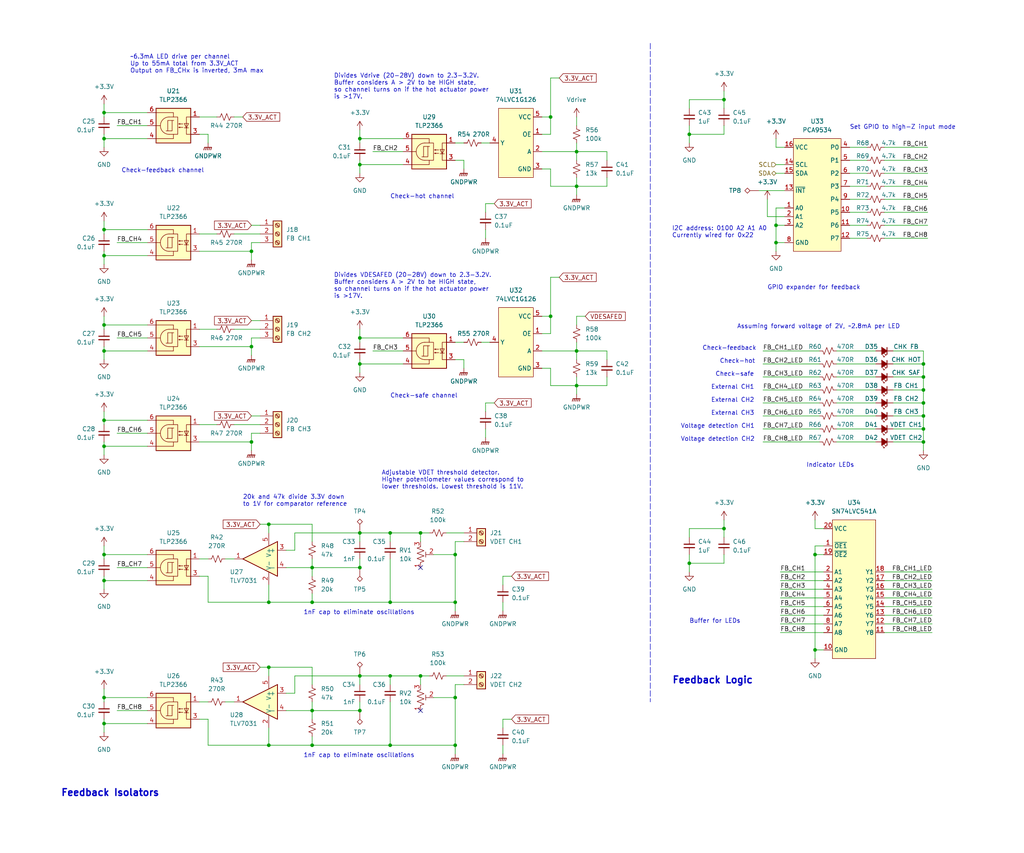
<source format=kicad_sch>
(kicad_sch (version 20211123) (generator eeschema)
  (paper "User" 299.999 250.012)
  (junction (at 105.41 208.28))
  (junction (at 133.35 176.53))
  (junction (at 105.41 106.68))
  (junction (at 30.48 204.47))
  (junction (at 91.44 208.28))
  (junction (at 270.51 118.11))
  (junction (at 270.51 110.49))
  (junction (at 30.48 67.31))
  (junction (at 30.48 130.81))
  (junction (at 168.91 113.03))
  (junction (at 270.51 129.54))
  (junction (at 238.76 162.56))
  (junction (at 30.48 212.09))
  (junction (at 168.91 44.45))
  (junction (at 123.19 198.12))
  (junction (at 30.48 40.64))
  (junction (at 133.35 162.56))
  (junction (at 30.48 170.18))
  (junction (at 238.76 190.5))
  (junction (at 105.41 99.06))
  (junction (at 201.93 39.37))
  (junction (at 270.51 106.68))
  (junction (at 123.19 156.21))
  (junction (at 78.74 153.67))
  (junction (at 212.09 154.94))
  (junction (at 270.51 121.92))
  (junction (at 30.48 102.87))
  (junction (at 133.35 204.47))
  (junction (at 227.33 71.12))
  (junction (at 270.51 125.73))
  (junction (at 105.41 166.37))
  (junction (at 30.48 95.25))
  (junction (at 73.66 101.6))
  (junction (at 114.3 156.21))
  (junction (at 114.3 176.53))
  (junction (at 30.48 74.93))
  (junction (at 105.41 156.21))
  (junction (at 168.91 102.87))
  (junction (at 73.66 129.54))
  (junction (at 78.74 176.53))
  (junction (at 161.29 34.29))
  (junction (at 30.48 123.19))
  (junction (at 30.48 33.02))
  (junction (at 91.44 218.44))
  (junction (at 30.48 162.56))
  (junction (at 227.33 66.04))
  (junction (at 91.44 166.37))
  (junction (at 105.41 198.12))
  (junction (at 270.51 114.3))
  (junction (at 105.41 48.26))
  (junction (at 114.3 218.44))
  (junction (at 114.3 198.12))
  (junction (at 212.09 29.21))
  (junction (at 133.35 218.44))
  (junction (at 73.66 73.66))
  (junction (at 201.93 165.1))
  (junction (at 168.91 54.61))
  (junction (at 105.41 40.64))
  (junction (at 91.44 176.53))
  (junction (at 78.74 195.58))
  (junction (at 78.74 218.44))
  (junction (at 161.29 92.71))
  (no_connect (at 123.19 166.37))
  (no_connect (at 123.19 208.28))
  (wire (pts (xy 245.11 121.92) (xy 256.54 121.92)))
  (wire (pts (xy 91.44 205.74) (xy 91.44 208.28)))
  (wire (pts (xy 78.74 195.58) (xy 91.44 195.58)))
  (wire (pts (xy 86.36 198.12) (xy 105.41 198.12)))
  (wire (pts (xy 241.3 160.02) (xy 238.76 160.02)))
  (wire (pts (xy 105.41 48.26) (xy 105.41 50.8)))
  (wire (pts (xy 30.48 96.52) (xy 30.48 95.25)))
  (wire (pts (xy 91.44 153.67) (xy 91.44 158.75)))
  (wire (pts (xy 91.44 208.28) (xy 91.44 210.82)))
  (wire (pts (xy 222.25 55.88) (xy 229.87 55.88)))
  (wire (pts (xy 30.48 212.09) (xy 30.48 214.63)))
  (wire (pts (xy 130.81 156.21) (xy 135.89 156.21)))
  (wire (pts (xy 105.41 163.83) (xy 105.41 166.37)))
  (wire (pts (xy 60.96 39.37) (xy 60.96 41.91)))
  (wire (pts (xy 58.42 73.66) (xy 73.66 73.66)))
  (wire (pts (xy 227.33 50.8) (xy 229.87 50.8)))
  (wire (pts (xy 168.91 102.87) (xy 168.91 105.41)))
  (wire (pts (xy 147.32 171.45) (xy 147.32 168.91)))
  (wire (pts (xy 34.29 166.37) (xy 43.18 166.37)))
  (wire (pts (xy 123.19 198.12) (xy 123.19 200.66)))
  (wire (pts (xy 78.74 153.67) (xy 78.74 156.21)))
  (wire (pts (xy 34.29 127) (xy 43.18 127)))
  (wire (pts (xy 241.3 172.72) (xy 228.6 172.72)))
  (wire (pts (xy 30.48 68.58) (xy 30.48 67.31)))
  (wire (pts (xy 229.87 66.04) (xy 227.33 66.04)))
  (wire (pts (xy 259.08 172.72) (xy 273.05 172.72)))
  (wire (pts (xy 245.11 106.68) (xy 256.54 106.68)))
  (wire (pts (xy 229.87 43.18) (xy 227.33 43.18)))
  (wire (pts (xy 259.08 50.8) (xy 271.78 50.8)))
  (wire (pts (xy 133.35 176.53) (xy 133.35 179.07)))
  (wire (pts (xy 78.74 195.58) (xy 78.74 198.12)))
  (wire (pts (xy 30.48 123.19) (xy 30.48 120.65)))
  (wire (pts (xy 76.2 195.58) (xy 78.74 195.58)))
  (wire (pts (xy 114.3 156.21) (xy 114.3 158.75)))
  (wire (pts (xy 240.03 118.11) (xy 223.52 118.11)))
  (wire (pts (xy 30.48 67.31) (xy 30.48 64.77)))
  (wire (pts (xy 212.09 26.67) (xy 212.09 29.21)))
  (wire (pts (xy 168.91 44.45) (xy 177.8 44.45)))
  (wire (pts (xy 105.41 166.37) (xy 91.44 166.37)))
  (wire (pts (xy 86.36 203.2) (xy 86.36 198.12)))
  (wire (pts (xy 105.41 198.12) (xy 105.41 200.66)))
  (wire (pts (xy 161.29 22.86) (xy 161.29 34.29)))
  (wire (pts (xy 30.48 130.81) (xy 30.48 133.35)))
  (wire (pts (xy 177.8 113.03) (xy 177.8 110.49)))
  (wire (pts (xy 105.41 156.21) (xy 114.3 156.21)))
  (wire (pts (xy 168.91 54.61) (xy 168.91 57.15)))
  (wire (pts (xy 86.36 161.29) (xy 86.36 156.21)))
  (wire (pts (xy 240.03 110.49) (xy 223.52 110.49)))
  (wire (pts (xy 114.3 205.74) (xy 114.3 218.44)))
  (wire (pts (xy 240.03 106.68) (xy 223.52 106.68)))
  (wire (pts (xy 224.79 63.5) (xy 229.87 63.5)))
  (wire (pts (xy 248.92 54.61) (xy 254 54.61)))
  (wire (pts (xy 91.44 215.9) (xy 91.44 218.44)))
  (wire (pts (xy 241.3 154.94) (xy 238.76 154.94)))
  (wire (pts (xy 73.66 121.92) (xy 76.2 121.92)))
  (wire (pts (xy 270.51 118.11) (xy 270.51 121.92)))
  (wire (pts (xy 168.91 36.83) (xy 168.91 34.29)))
  (wire (pts (xy 73.66 73.66) (xy 73.66 76.2)))
  (wire (pts (xy 91.44 163.83) (xy 91.44 166.37)))
  (wire (pts (xy 158.75 92.71) (xy 161.29 92.71)))
  (wire (pts (xy 91.44 173.99) (xy 91.44 176.53)))
  (wire (pts (xy 30.48 204.47) (xy 30.48 201.93)))
  (wire (pts (xy 270.51 129.54) (xy 270.51 132.08)))
  (wire (pts (xy 30.48 130.81) (xy 43.18 130.81)))
  (wire (pts (xy 259.08 62.23) (xy 271.78 62.23)))
  (wire (pts (xy 270.51 110.49) (xy 270.51 114.3)))
  (wire (pts (xy 127 162.56) (xy 133.35 162.56)))
  (wire (pts (xy 259.08 43.18) (xy 271.78 43.18)))
  (wire (pts (xy 76.2 153.67) (xy 78.74 153.67)))
  (wire (pts (xy 123.19 198.12) (xy 125.73 198.12)))
  (wire (pts (xy 30.48 163.83) (xy 30.48 162.56)))
  (wire (pts (xy 105.41 48.26) (xy 118.11 48.26)))
  (wire (pts (xy 248.92 62.23) (xy 254 62.23)))
  (wire (pts (xy 58.42 163.83) (xy 60.96 163.83)))
  (wire (pts (xy 168.91 113.03) (xy 177.8 113.03)))
  (wire (pts (xy 73.66 127) (xy 76.2 127)))
  (wire (pts (xy 177.8 105.41) (xy 177.8 102.87)))
  (wire (pts (xy 261.62 125.73) (xy 270.51 125.73)))
  (wire (pts (xy 58.42 124.46) (xy 63.5 124.46)))
  (wire (pts (xy 201.93 41.91) (xy 201.93 39.37)))
  (wire (pts (xy 261.62 129.54) (xy 270.51 129.54)))
  (wire (pts (xy 241.3 182.88) (xy 228.6 182.88)))
  (wire (pts (xy 163.83 81.28) (xy 161.29 81.28)))
  (wire (pts (xy 259.08 46.99) (xy 271.78 46.99)))
  (wire (pts (xy 229.87 60.96) (xy 227.33 60.96)))
  (wire (pts (xy 73.66 71.12) (xy 76.2 71.12)))
  (wire (pts (xy 68.58 96.52) (xy 76.2 96.52)))
  (wire (pts (xy 241.3 190.5) (xy 238.76 190.5)))
  (wire (pts (xy 105.41 40.64) (xy 105.41 38.1)))
  (wire (pts (xy 241.3 175.26) (xy 228.6 175.26)))
  (wire (pts (xy 245.11 114.3) (xy 256.54 114.3)))
  (wire (pts (xy 83.82 208.28) (xy 91.44 208.28)))
  (wire (pts (xy 30.48 162.56) (xy 30.48 160.02)))
  (wire (pts (xy 158.75 49.53) (xy 161.29 49.53)))
  (wire (pts (xy 212.09 29.21) (xy 212.09 31.75)))
  (wire (pts (xy 142.24 62.23) (xy 142.24 59.69)))
  (wire (pts (xy 261.62 114.3) (xy 270.51 114.3)))
  (wire (pts (xy 261.62 106.68) (xy 270.51 106.68)))
  (wire (pts (xy 30.48 33.02) (xy 43.18 33.02)))
  (wire (pts (xy 240.03 121.92) (xy 223.52 121.92)))
  (wire (pts (xy 30.48 123.19) (xy 43.18 123.19)))
  (wire (pts (xy 78.74 176.53) (xy 91.44 176.53)))
  (wire (pts (xy 133.35 200.66) (xy 133.35 204.47)))
  (wire (pts (xy 177.8 46.99) (xy 177.8 44.45)))
  (wire (pts (xy 58.42 34.29) (xy 63.5 34.29)))
  (wire (pts (xy 30.48 95.25) (xy 30.48 92.71)))
  (wire (pts (xy 147.32 218.44) (xy 147.32 220.98)))
  (wire (pts (xy 168.91 113.03) (xy 168.91 115.57)))
  (wire (pts (xy 261.62 102.87) (xy 270.51 102.87)))
  (wire (pts (xy 58.42 129.54) (xy 73.66 129.54)))
  (wire (pts (xy 105.41 99.06) (xy 118.11 99.06)))
  (wire (pts (xy 114.3 163.83) (xy 114.3 176.53)))
  (wire (pts (xy 68.58 34.29) (xy 71.12 34.29)))
  (wire (pts (xy 30.48 40.64) (xy 43.18 40.64)))
  (wire (pts (xy 30.48 101.6) (xy 30.48 102.87)))
  (wire (pts (xy 68.58 124.46) (xy 76.2 124.46)))
  (wire (pts (xy 240.03 125.73) (xy 223.52 125.73)))
  (wire (pts (xy 161.29 107.95) (xy 161.29 113.03)))
  (wire (pts (xy 133.35 204.47) (xy 133.35 218.44)))
  (wire (pts (xy 130.81 198.12) (xy 135.89 198.12)))
  (wire (pts (xy 105.41 41.91) (xy 105.41 40.64)))
  (wire (pts (xy 34.29 99.06) (xy 43.18 99.06)))
  (wire (pts (xy 78.74 218.44) (xy 91.44 218.44)))
  (wire (pts (xy 168.91 41.91) (xy 168.91 44.45)))
  (wire (pts (xy 114.3 156.21) (xy 123.19 156.21)))
  (wire (pts (xy 83.82 203.2) (xy 86.36 203.2)))
  (wire (pts (xy 30.48 39.37) (xy 30.48 40.64)))
  (wire (pts (xy 259.08 177.8) (xy 273.05 177.8)))
  (wire (pts (xy 109.22 44.45) (xy 118.11 44.45)))
  (wire (pts (xy 161.29 49.53) (xy 161.29 54.61)))
  (wire (pts (xy 161.29 81.28) (xy 161.29 92.71)))
  (wire (pts (xy 238.76 160.02) (xy 238.76 162.56)))
  (wire (pts (xy 30.48 168.91) (xy 30.48 170.18)))
  (wire (pts (xy 58.42 168.91) (xy 60.96 168.91)))
  (wire (pts (xy 58.42 39.37) (xy 60.96 39.37)))
  (wire (pts (xy 58.42 205.74) (xy 60.96 205.74)))
  (wire (pts (xy 241.3 185.42) (xy 228.6 185.42)))
  (wire (pts (xy 133.35 46.99) (xy 135.89 46.99)))
  (wire (pts (xy 30.48 73.66) (xy 30.48 74.93)))
  (wire (pts (xy 127 204.47) (xy 133.35 204.47)))
  (wire (pts (xy 60.96 168.91) (xy 60.96 176.53)))
  (wire (pts (xy 142.24 125.73) (xy 142.24 128.27)))
  (wire (pts (xy 168.91 44.45) (xy 168.91 46.99)))
  (wire (pts (xy 270.51 121.92) (xy 270.51 125.73)))
  (wire (pts (xy 201.93 167.64) (xy 201.93 165.1)))
  (wire (pts (xy 161.29 97.79) (xy 161.29 92.71)))
  (wire (pts (xy 123.19 156.21) (xy 125.73 156.21)))
  (wire (pts (xy 168.91 52.07) (xy 168.91 54.61)))
  (wire (pts (xy 168.91 102.87) (xy 177.8 102.87)))
  (wire (pts (xy 261.62 110.49) (xy 270.51 110.49)))
  (wire (pts (xy 34.29 71.12) (xy 43.18 71.12)))
  (wire (pts (xy 245.11 129.54) (xy 256.54 129.54)))
  (wire (pts (xy 142.24 67.31) (xy 142.24 69.85)))
  (wire (pts (xy 73.66 93.98) (xy 76.2 93.98)))
  (wire (pts (xy 60.96 176.53) (xy 78.74 176.53)))
  (wire (pts (xy 30.48 170.18) (xy 30.48 172.72)))
  (wire (pts (xy 142.24 59.69) (xy 144.78 59.69)))
  (wire (pts (xy 133.35 41.91) (xy 135.89 41.91)))
  (wire (pts (xy 261.62 121.92) (xy 270.51 121.92)))
  (wire (pts (xy 133.35 162.56) (xy 133.35 176.53)))
  (wire (pts (xy 238.76 154.94) (xy 238.76 152.4)))
  (wire (pts (xy 30.48 124.46) (xy 30.48 123.19)))
  (wire (pts (xy 83.82 166.37) (xy 91.44 166.37)))
  (wire (pts (xy 270.51 114.3) (xy 270.51 118.11)))
  (wire (pts (xy 227.33 48.26) (xy 229.87 48.26)))
  (wire (pts (xy 58.42 96.52) (xy 63.5 96.52)))
  (wire (pts (xy 78.74 153.67) (xy 91.44 153.67)))
  (wire (pts (xy 161.29 39.37) (xy 161.29 34.29)))
  (wire (pts (xy 73.66 66.04) (xy 76.2 66.04)))
  (wire (pts (xy 91.44 218.44) (xy 114.3 218.44)))
  (wire (pts (xy 30.48 162.56) (xy 43.18 162.56)))
  (wire (pts (xy 259.08 54.61) (xy 271.78 54.61)))
  (wire (pts (xy 34.29 208.28) (xy 43.18 208.28)))
  (wire (pts (xy 30.48 74.93) (xy 43.18 74.93)))
  (wire (pts (xy 259.08 182.88) (xy 273.05 182.88)))
  (wire (pts (xy 78.74 213.36) (xy 78.74 218.44)))
  (wire (pts (xy 147.32 210.82) (xy 149.86 210.82)))
  (wire (pts (xy 248.92 66.04) (xy 254 66.04)))
  (wire (pts (xy 158.75 34.29) (xy 161.29 34.29)))
  (wire (pts (xy 201.93 154.94) (xy 201.93 157.48)))
  (wire (pts (xy 30.48 74.93) (xy 30.48 77.47)))
  (wire (pts (xy 248.92 58.42) (xy 254 58.42)))
  (wire (pts (xy 224.79 63.5) (xy 224.79 58.42)))
  (wire (pts (xy 105.41 208.28) (xy 91.44 208.28)))
  (wire (pts (xy 163.83 22.86) (xy 161.29 22.86)))
  (wire (pts (xy 73.66 129.54) (xy 73.66 127)))
  (wire (pts (xy 212.09 154.94) (xy 212.09 157.48)))
  (wire (pts (xy 227.33 43.18) (xy 227.33 40.64)))
  (wire (pts (xy 133.35 100.33) (xy 135.89 100.33)))
  (wire (pts (xy 238.76 162.56) (xy 238.76 190.5)))
  (wire (pts (xy 212.09 162.56) (xy 212.09 165.1)))
  (wire (pts (xy 259.08 170.18) (xy 273.05 170.18)))
  (wire (pts (xy 201.93 29.21) (xy 212.09 29.21)))
  (wire (pts (xy 158.75 97.79) (xy 161.29 97.79)))
  (wire (pts (xy 245.11 125.73) (xy 256.54 125.73)))
  (wire (pts (xy 105.41 100.33) (xy 105.41 99.06)))
  (wire (pts (xy 142.24 118.11) (xy 144.78 118.11)))
  (wire (pts (xy 248.92 46.99) (xy 254 46.99)))
  (wire (pts (xy 30.48 34.29) (xy 30.48 33.02)))
  (wire (pts (xy 259.08 69.85) (xy 271.78 69.85)))
  (wire (pts (xy 259.08 66.04) (xy 271.78 66.04)))
  (wire (pts (xy 30.48 33.02) (xy 30.48 30.48)))
  (wire (pts (xy 201.93 29.21) (xy 201.93 31.75)))
  (wire (pts (xy 147.32 213.36) (xy 147.32 210.82)))
  (wire (pts (xy 114.3 198.12) (xy 114.3 200.66)))
  (wire (pts (xy 161.29 113.03) (xy 168.91 113.03)))
  (wire (pts (xy 135.89 46.99) (xy 135.89 49.53)))
  (wire (pts (xy 270.51 102.87) (xy 270.51 106.68)))
  (wire (pts (xy 259.08 58.42) (xy 271.78 58.42)))
  (wire (pts (xy 229.87 71.12) (xy 227.33 71.12)))
  (wire (pts (xy 91.44 176.53) (xy 114.3 176.53)))
  (wire (pts (xy 259.08 185.42) (xy 273.05 185.42)))
  (wire (pts (xy 105.41 205.74) (xy 105.41 208.28)))
  (wire (pts (xy 105.41 198.12) (xy 114.3 198.12)))
  (wire (pts (xy 240.03 114.3) (xy 223.52 114.3)))
  (wire (pts (xy 248.92 50.8) (xy 254 50.8)))
  (wire (pts (xy 168.91 100.33) (xy 168.91 102.87)))
  (wire (pts (xy 240.03 129.54) (xy 223.52 129.54)))
  (wire (pts (xy 30.48 67.31) (xy 43.18 67.31)))
  (wire (pts (xy 270.51 106.68) (xy 270.51 110.49)))
  (wire (pts (xy 201.93 39.37) (xy 212.09 39.37)))
  (wire (pts (xy 105.41 156.21) (xy 105.41 158.75)))
  (wire (pts (xy 158.75 39.37) (xy 161.29 39.37)))
  (wire (pts (xy 238.76 190.5) (xy 238.76 193.04)))
  (wire (pts (xy 201.93 165.1) (xy 201.93 162.56)))
  (wire (pts (xy 140.97 41.91) (xy 143.51 41.91)))
  (wire (pts (xy 83.82 161.29) (xy 86.36 161.29)))
  (wire (pts (xy 135.89 158.75) (xy 133.35 158.75)))
  (wire (pts (xy 114.3 176.53) (xy 133.35 176.53)))
  (wire (pts (xy 158.75 107.95) (xy 161.29 107.95)))
  (wire (pts (xy 66.04 205.74) (xy 68.58 205.74)))
  (wire (pts (xy 58.42 68.58) (xy 63.5 68.58)))
  (wire (pts (xy 241.3 177.8) (xy 228.6 177.8)))
  (wire (pts (xy 34.29 36.83) (xy 43.18 36.83)))
  (wire (pts (xy 142.24 120.65) (xy 142.24 118.11)))
  (wire (pts (xy 168.91 92.71) (xy 171.45 92.71)))
  (wire (pts (xy 227.33 66.04) (xy 227.33 71.12)))
  (wire (pts (xy 73.66 101.6) (xy 73.66 104.14)))
  (wire (pts (xy 227.33 71.12) (xy 227.33 73.66)))
  (wire (pts (xy 30.48 170.18) (xy 43.18 170.18)))
  (wire (pts (xy 30.48 129.54) (xy 30.48 130.81)))
  (wire (pts (xy 114.3 198.12) (xy 123.19 198.12)))
  (wire (pts (xy 73.66 129.54) (xy 73.66 132.08)))
  (wire (pts (xy 105.41 105.41) (xy 105.41 106.68)))
  (wire (pts (xy 248.92 43.18) (xy 254 43.18)))
  (wire (pts (xy 30.48 212.09) (xy 43.18 212.09)))
  (wire (pts (xy 261.62 118.11) (xy 270.51 118.11)))
  (wire (pts (xy 227.33 60.96) (xy 227.33 66.04)))
  (wire (pts (xy 158.75 102.87) (xy 168.91 102.87)))
  (wire (pts (xy 78.74 171.45) (xy 78.74 176.53)))
  (wire (pts (xy 201.93 165.1) (xy 212.09 165.1)))
  (wire (pts (xy 58.42 210.82) (xy 60.96 210.82)))
  (wire (pts (xy 73.66 101.6) (xy 73.66 99.06)))
  (wire (pts (xy 168.91 110.49) (xy 168.91 113.03)))
  (wire (pts (xy 30.48 102.87) (xy 30.48 105.41)))
  (wire (pts (xy 60.96 210.82) (xy 60.96 218.44)))
  (wire (pts (xy 177.8 54.61) (xy 177.8 52.07)))
  (wire (pts (xy 123.19 156.21) (xy 123.19 158.75)))
  (wire (pts (xy 245.11 110.49) (xy 256.54 110.49)))
  (wire (pts (xy 91.44 166.37) (xy 91.44 168.91)))
  (wire (pts (xy 201.93 154.94) (xy 212.09 154.94)))
  (wire (pts (xy 30.48 205.74) (xy 30.48 204.47)))
  (wire (pts (xy 68.58 68.58) (xy 76.2 68.58)))
  (wire (pts (xy 105.41 106.68) (xy 118.11 106.68)))
  (wire (pts (xy 30.48 102.87) (xy 43.18 102.87)))
  (wire (pts (xy 212.09 152.4) (xy 212.09 154.94)))
  (wire (pts (xy 114.3 218.44) (xy 133.35 218.44)))
  (wire (pts (xy 105.41 106.68) (xy 105.41 109.22)))
  (wire (pts (xy 135.89 200.66) (xy 133.35 200.66)))
  (wire (pts (xy 30.48 210.82) (xy 30.48 212.09)))
  (wire (pts (xy 245.11 118.11) (xy 256.54 118.11)))
  (wire (pts (xy 86.36 156.21) (xy 105.41 156.21)))
  (wire (pts (xy 241.3 180.34) (xy 228.6 180.34)))
  (wire (pts (xy 147.32 176.53) (xy 147.32 179.07)))
  (wire (pts (xy 105.41 99.06) (xy 105.41 96.52)))
  (wire (pts (xy 105.41 46.99) (xy 105.41 48.26)))
  (wire (pts (xy 30.48 95.25) (xy 43.18 95.25)))
  (wire (pts (xy 30.48 40.64) (xy 30.48 43.18)))
  (wire (pts (xy 241.3 170.18) (xy 228.6 170.18)))
  (wire (pts (xy 73.66 73.66) (xy 73.66 71.12)))
  (wire (pts (xy 135.89 105.41) (xy 135.89 107.95)))
  (wire (pts (xy 58.42 101.6) (xy 73.66 101.6)))
  (wire (pts (xy 259.08 175.26) (xy 273.05 175.26)))
  (wire (pts (xy 133.35 218.44) (xy 133.35 220.98)))
  (wire (pts (xy 105.41 40.64) (xy 118.11 40.64)))
  (wire (pts (xy 248.92 69.85) (xy 254 69.85)))
  (wire (pts (xy 147.32 168.91) (xy 149.86 168.91)))
  (wire (pts (xy 30.48 204.47) (xy 43.18 204.47)))
  (wire (pts (xy 133.35 105.41) (xy 135.89 105.41)))
  (wire (pts (xy 259.08 180.34) (xy 273.05 180.34)))
  (wire (pts (xy 91.44 195.58) (xy 91.44 200.66)))
  (wire (pts (xy 259.08 167.64) (xy 273.05 167.64)))
  (wire (pts (xy 240.03 102.87) (xy 223.52 102.87)))
  (wire (pts (xy 66.04 163.83) (xy 68.58 163.83)))
  (wire (pts (xy 270.51 125.73) (xy 270.51 129.54)))
  (wire (pts (xy 161.29 54.61) (xy 168.91 54.61)))
  (wire (pts (xy 168.91 95.25) (xy 168.91 92.71)))
  (wire (pts (xy 60.96 218.44) (xy 78.74 218.44)))
  (wire (pts (xy 133.35 158.75) (xy 133.35 162.56)))
  (wire (pts (xy 140.97 100.33) (xy 143.51 100.33)))
  (wire (pts (xy 73.66 99.06) (xy 76.2 99.06)))
  (wire (pts (xy 241.3 167.64) (xy 228.6 167.64)))
  (wire (pts (xy 158.75 44.45) (xy 168.91 44.45)))
  (wire (pts (xy 168.91 54.61) (xy 177.8 54.61)))
  (polyline (pts (xy 190.5 12.7) (xy 190.5 205.74)))
  (wire (pts (xy 201.93 39.37) (xy 201.93 36.83)))
  (wire (pts (xy 238.76 162.56) (xy 241.3 162.56)))
  (wire (pts (xy 212.09 36.83) (xy 212.09 39.37)))
  (wire (pts (xy 109.22 102.87) (xy 118.11 102.87)))
  (wire (pts (xy 245.11 102.87) (xy 256.54 102.87)))
  (text "Check-feedback channel" (at 35.56 50.8 0) (effects (font (size 1.27 1.27)) (justify left bottom)))
  (text "Indicator LEDs" (at 236.22 137.16 0) (effects (font (size 1.27 1.27)) (justify left bottom)))
  (text "Buffer for LEDs" (at 201.93 182.88 0) (effects (font (size 1.27 1.27)) (justify left bottom)))
  (text "1nF cap to eliminate oscillations" (at 88.9 222.25 0) (effects (font (size 1.27 1.27)) (justify left bottom)))
  (text "Voltage detection CH1" (at 199.39 125.73 0) (effects (font (size 1.27 1.27)) (justify left bottom)))
  (text "I2C address: 0100 A2 A1 A0\nCurrently wired for 0x22" (at 196.85 69.85 0) (effects (font (size 1.27 1.27)) (justify left bottom)))
  (text "Check-hot" (at 210.82 106.68 0) (effects (font (size 1.27 1.27)) (justify left bottom)))
  (text "Set GPIO to high-Z input mode" (at 248.92 38.1 0) (effects (font (size 1.27 1.27)) (justify left bottom)))
  (text "Voltage detection CH2" (at 199.39 129.54 0) (effects (font (size 1.27 1.27)) (justify left bottom)))
  (text "Check-hot channel" (at 114.3 58.42 0) (effects (font (size 1.27 1.27)) (justify left bottom)))
  (text "Assuming forward voltage of 2V, ~2.8mA per LED" (at 215.9 96.52 0) (effects (font (size 1.27 1.27)) (justify left bottom)))
  (text "20k and 47k divide 3.3V down\nto 1V for comparator reference" (at 71.12 148.59 0) (effects (font (size 1.27 1.27)) (justify left bottom)))
  (text "Divides Vdrive (20-28V) down to 2.3-3.2V.\nBuffer considers A > 2V to be HIGH state,\nso channel turns on if the hot actuator power\nis >17V." (at 97.79 29.21 0) (effects (font (size 1.27 1.27)) (justify left bottom)))
  (text "Check-safe channel" (at 114.3 116.84 0) (effects (font (size 1.27 1.27)) (justify left bottom)))
  (text "1nF cap to eliminate oscillations" (at 88.9 180.34 0) (effects (font (size 1.27 1.27)) (justify left bottom)))
  (text "~6.3mA LED drive per channel\nUp to 55mA total from 3.3V_ACT\nOutput on FB_CHx is inverted, 3mA max" (at 38.1 21.59 0) (effects (font (size 1.27 1.27)) (justify left bottom)))
  (text "Feedback Isolators" (at 17.78 233.68 0) (effects (font (size 2 2) (thickness 0.4) bold) (justify left bottom)))
  (text "External CH2" (at 208.28 118.11 0) (effects (font (size 1.27 1.27)) (justify left bottom)))
  (text "External CH1" (at 208.28 114.3 0) (effects (font (size 1.27 1.27)) (justify left bottom)))
  (text "GPIO expander for feedback" (at 224.79 85.09 0) (effects (font (size 1.27 1.27)) (justify left bottom)))
  (text "Adjustable VDET threshold detector.\nHigher potentiometer values correspond to\nlower thresholds. Lowest threshold is 11V." (at 111.76 143.51 0) (effects (font (size 1.27 1.27)) (justify left bottom)))
  (text "Check-feedback" (at 205.74 102.87 0) (effects (font (size 1.27 1.27)) (justify left bottom)))
  (text "External CH3" (at 208.28 121.92 0) (effects (font (size 1.27 1.27)) (justify left bottom)))
  (text "Divides VDESAFED (20-28V) down to 2.3-3.2V.\nBuffer considers A > 2V to be HIGH state,\nso channel turns on if the hot actuator power\nis >17V." (at 97.79 87.63 0) (effects (font (size 1.27 1.27)) (justify left bottom)))
  (text "Check-safe" (at 209.55 110.49 0) (effects (font (size 1.27 1.27)) (justify left bottom)))
  (text "Feedback Logic" (at 196.85 200.66 0) (effects (font (size 2 2) (thickness 0.4) bold) (justify left bottom)))
  (label "FB_CH2" (at 109.22 44.45 0))
  (label "FB_CH2" (at 228.6 170.18 0))
  (label "FB_CH6_LED" (at 223.52 121.92 0))
  (label "FB_CH2_LED" (at 273.05 170.18 180))
  (label "FB_CH8_LED" (at 273.05 185.42 180))
  (label "FB_CH3" (at 271.78 50.8 180))
  (label "FB_CH6_LED" (at 273.05 180.34 180))
  (label "FB_CH5_LED" (at 273.05 177.8 180))
  (label "FB_CH2" (at 271.78 46.99 180))
  (label "FB_CH8" (at 34.29 208.28 0))
  (label "FB_CH7_LED" (at 273.05 182.88 180))
  (label "FB_CH1" (at 228.6 167.64 0))
  (label "FB_CH8" (at 228.6 185.42 0))
  (label "FB_CH7" (at 34.29 166.37 0))
  (label "FB_CH5_LED" (at 223.52 118.11 0))
  (label "FB_CH1_LED" (at 273.05 167.64 180))
  (label "FB_CH6" (at 228.6 180.34 0))
  (label "FB_CH2_LED" (at 223.52 106.68 0))
  (label "FB_CH1_LED" (at 223.52 102.87 0))
  (label "FB_CH7" (at 228.6 182.88 0))
  (label "FB_CH7_LED" (at 223.52 125.73 0))
  (label "FB_CH4" (at 228.6 175.26 0))
  (label "FB_CH6" (at 34.29 127 0))
  (label "FB_CH4_LED" (at 223.52 114.3 0))
  (label "FB_CH4" (at 34.29 71.12 0))
  (label "FB_CH7" (at 271.78 66.04 180))
  (label "FB_CH5" (at 34.29 99.06 0))
  (label "FB_CH5" (at 271.78 58.42 180))
  (label "FB_CH8" (at 271.78 69.85 180))
  (label "FB_CH3" (at 228.6 172.72 0))
  (label "FB_CH4" (at 271.78 54.61 180))
  (label "FB_CH1" (at 271.78 43.18 180))
  (label "FB_CH5" (at 228.6 177.8 0))
  (label "FB_CH1" (at 34.29 36.83 0))
  (label "FB_CH8_LED" (at 223.52 129.54 0))
  (label "FB_CH4_LED" (at 273.05 175.26 180))
  (label "FB_CH3_LED" (at 273.05 172.72 180))
  (label "FB_CH3" (at 109.22 102.87 0))
  (label "FB_CH3_LED" (at 223.52 110.49 0))
  (label "FB_CH6" (at 271.78 62.23 180))
  (global_label "3.3V_ACT" (shape input) (at 76.2 195.58 180) (property "Intersheet References" "${INTERSHEET_REFS}" (effects hide)))
  (global_label "3.3V_ACT" (shape input) (at 163.83 81.28 0) (property "Intersheet References" "${INTERSHEET_REFS}" (effects hide)))
  (global_label "3.3V_ACT" (shape input) (at 163.83 22.86 0) (property "Intersheet References" "${INTERSHEET_REFS}" (effects hide)))
  (global_label "3.3V_ACT" (shape input) (at 73.66 121.92 180) (property "Intersheet References" "${INTERSHEET_REFS}" (effects hide)))
  (global_label "3.3V_ACT" (shape input) (at 149.86 210.82 0) (property "Intersheet References" "${INTERSHEET_REFS}" (effects hide)))
  (global_label "3.3V_ACT" (shape input) (at 149.86 168.91 0) (property "Intersheet References" "${INTERSHEET_REFS}" (effects hide)))
  (global_label "3.3V_ACT" (shape input) (at 71.12 34.29 0) (property "Intersheet References" "${INTERSHEET_REFS}" (effects hide)))
  (global_label "3.3V_ACT" (shape input) (at 73.66 66.04 180) (property "Intersheet References" "${INTERSHEET_REFS}" (effects hide)))
  (global_label "3.3V_ACT" (shape input) (at 76.2 153.67 180) (property "Intersheet References" "${INTERSHEET_REFS}" (effects hide)))
  (global_label "3.3V_ACT" (shape input) (at 144.78 59.69 0) (property "Intersheet References" "${INTERSHEET_REFS}" (effects hide)))
  (global_label "VDESAFED" (shape input) (at 171.45 92.71 0) (property "Intersheet References" "${INTERSHEET_REFS}" (effects hide)))
  (global_label "3.3V_ACT" (shape input) (at 144.78 118.11 0) (property "Intersheet References" "${INTERSHEET_REFS}" (effects hide)))
  (global_label "3.3V_ACT" (shape input) (at 73.66 93.98 180) (property "Intersheet References" "${INTERSHEET_REFS}" (effects hide)))
  (hierarchical_label "SDA" (shape bidirectional) (at 227.33 50.8 180))
  (hierarchical_label "SCL" (shape input) (at 227.33 48.26 180))
  (symbol (lib_id "Device:R_Small_US") (at 242.57 129.54 90) (mirror x) (unit 1)
    (property "Reference" "R67" (at 238.76 128.27 90))
    (property "Value" "470R" (at 247.65 128.27 90))
    (property "Footprint" "Resistor_SMD:R_0603_1608Metric" (effects hide))
  )
  (symbol (lib_id "power:GND") (at 201.93 41.91 0) (unit 1)
    (property "Reference" "#PWR0106" (effects hide))
    (property "Value" "GND" (at 201.93 46.99 0))
  )
  (symbol (lib_id "actuation:TLP2366") (at 125.73 97.79 0) (mirror y) (unit 1)
    (property "Reference" "U30" (at 125.73 92.71 0))
    (property "Value" "TLP2366" (at 125.73 95.25 0))
    (property "Footprint" "actuation:TLP2366" (effects hide))
    (property "Datasheet" "https://toshiba.semicon-storage.com/info/TLP2366_datasheet_en_20191126.pdf?did=8527&prodName=TLP2366" (effects hide))
    (property "MPN" "TLP2366(V4-TPL,E" (effects hide))
  )
  (symbol (lib_id "power:+3.3V") (at 227.33 40.64 0) (unit 1)
    (property "Reference" "#PWR0111" (effects hide))
    (property "Value" "+3.3V" (at 227.33 35.56 0))
  )
  (symbol (lib_id "Device:LED_Small_Filled") (at 259.08 129.54 180) (unit 1)
    (property "Reference" "D42" (at 255.27 128.27 0))
    (property "Value" "VDET CH2" (at 265.43 128.27 0))
    (property "Footprint" "LED_SMD:LED_0603_1608Metric" (effects hide))
    (property "MPN" "LTST-C191TBKT" (effects hide))
  )
  (symbol (lib_id "power:+3.3V") (at 30.48 160.02 0) (unit 1)
    (property "Reference" "#PWR083" (effects hide))
    (property "Value" "+3.3V" (at 30.48 154.94 0))
  )
  (symbol (lib_id "Device:C_Small") (at 142.24 64.77 0) (mirror y) (unit 1)
    (property "Reference" "C37" (at 144.78 63.5 0) (effects (justify right)))
    (property "Value" "0.1uF" (at 144.78 66.04 0) (effects (justify right)))
    (property "Footprint" "Capacitor_SMD:C_0603_1608Metric" (effects hide))
  )
  (symbol (lib_id "Device:C_Small") (at 30.48 127 0) (unit 1)
    (property "Reference" "C28" (at 27.94 125.73 0) (effects (justify right)))
    (property "Value" "0.1uF" (at 27.94 128.27 0) (effects (justify right)))
    (property "Footprint" "Capacitor_SMD:C_0603_1608Metric" (effects hide))
  )
  (symbol (lib_id "actuation:TLP2366") (at 125.73 39.37 0) (mirror y) (unit 1)
    (property "Reference" "U29" (at 125.73 34.29 0))
    (property "Value" "TLP2366" (at 125.73 36.83 0))
    (property "Footprint" "actuation:TLP2366" (effects hide))
    (property "Datasheet" "https://toshiba.semicon-storage.com/info/TLP2366_datasheet_en_20191126.pdf?did=8527&prodName=TLP2366" (effects hide))
    (property "MPN" "TLP2366(V4-TPL,E" (effects hide))
  )
  (symbol (lib_id "Device:R_Small_US") (at 242.57 118.11 90) (mirror x) (unit 1)
    (property "Reference" "R64" (at 238.76 116.84 90))
    (property "Value" "470R" (at 247.65 116.84 90))
    (property "Footprint" "Resistor_SMD:R_0603_1608Metric" (effects hide))
  )
  (symbol (lib_id "actuation:TLP2366") (at 50.8 161.29 0) (mirror y) (unit 1)
    (property "Reference" "U25" (at 50.8 156.21 0))
    (property "Value" "TLP2366" (at 50.8 158.75 0))
    (property "Footprint" "actuation:TLP2366" (effects hide))
    (property "Datasheet" "https://toshiba.semicon-storage.com/info/TLP2366_datasheet_en_20191126.pdf?did=8527&prodName=TLP2366" (effects hide))
    (property "MPN" "TLP2366(V4-TPL,E" (effects hide))
  )
  (symbol (lib_id "Connector:Screw_Terminal_01x03") (at 81.28 124.46 0) (unit 1)
    (property "Reference" "J20" (at 83.82 123.1899 0) (effects (justify left)))
    (property "Value" "FB CH3" (at 83.82 125.7299 0) (effects (justify left)))
    (property "Footprint" "actuation:1935174" (effects hide))
    (property "MPN" "1935174" (effects hide))
  )
  (symbol (lib_id "power:GNDPWR") (at 147.32 179.07 0) (unit 1)
    (property "Reference" "#PWR0101" (effects hide))
    (property "Value" "GNDPWR" (at 147.32 182.88 0))
  )
  (symbol (lib_id "Device:R_Potentiometer_Trim_US") (at 123.19 162.56 0) (mirror x) (unit 1)
    (property "Reference" "RV1" (at 120.65 161.2899 0) (effects (justify right)))
    (property "Value" "10k" (at 120.65 163.8299 0) (effects (justify right)))
    (property "Footprint" "Potentiometer_SMD:Potentiometer_Bourns_3224W_Vertical" (effects hide))
    (property "MPN" "3224W-1-103E" (effects hide))
  )
  (symbol (lib_id "Device:R_Small_US") (at 138.43 100.33 270) (unit 1)
    (property "Reference" "R55" (at 135.89 97.79 90))
    (property "Value" "270R" (at 140.97 97.79 90))
    (property "Footprint" "Resistor_SMD:R_0603_1608Metric" (effects hide))
    (property "MPN" "RC0603FR-07270RL" (effects hide))
  )
  (symbol (lib_id "power:GND") (at 270.51 132.08 0) (unit 1)
    (property "Reference" "#PWR0115" (effects hide))
    (property "Value" "GND" (at 270.51 137.16 0))
  )
  (symbol (lib_id "Device:C_Small") (at 105.41 203.2 0) (unit 1)
    (property "Reference" "C34" (at 104.14 200.66 0) (effects (justify right)))
    (property "Value" "1nF" (at 104.14 205.74 0) (effects (justify right)))
    (property "Footprint" "Capacitor_SMD:C_0603_1608Metric" (effects hide))
  )
  (symbol (lib_id "power:GND") (at 105.41 50.8 0) (unit 1)
    (property "Reference" "#PWR092" (effects hide))
    (property "Value" "GND" (at 105.41 55.88 0))
  )
  (symbol (lib_id "actuation:TLV7031") (at 72.39 201.93 0) (mirror y) (unit 1)
    (property "Reference" "U28" (at 67.31 209.55 0) (effects (justify right)))
    (property "Value" "TLV7031" (at 67.31 212.09 0) (effects (justify right)))
    (property "Footprint" "Package_TO_SOT_SMD:SOT-353_SC-70-5" (effects hide))
    (property "Datasheet" "https://www.ti.com/lit/ds/symlink/tlv7031-q1.pdf" (effects hide))
    (property "MPN" "TLV7031QDCKRQ1" (effects hide))
  )
  (symbol (lib_id "Device:R_Small_US") (at 168.91 97.79 0) (unit 1)
    (property "Reference" "R58" (at 171.45 96.5199 0) (effects (justify left)))
    (property "Value" "100k" (at 171.45 99.0599 0) (effects (justify left)))
    (property "Footprint" "Resistor_SMD:R_0603_1608Metric" (effects hide))
  )
  (symbol (lib_id "power:+3.3V") (at 238.76 152.4 0) (unit 1)
    (property "Reference" "#PWR0113" (effects hide))
    (property "Value" "+3.3V" (at 238.76 147.32 0))
  )
  (symbol (lib_id "actuation:74LVC1G126") (at 151.13 31.75 0) (mirror y) (unit 1)
    (property "Reference" "U31" (at 151.13 26.67 0))
    (property "Value" "74LVC1G126" (at 151.13 29.21 0))
    (property "Footprint" "Package_TO_SOT_SMD:SOT-23-5" (effects hide))
    (property "Datasheet" "https://assets.nexperia.com/documents/data-sheet/74LVC1G126.pdf" (effects hide))
    (property "MPN" "74LVC1G126GV,125" (effects hide))
  )
  (symbol (lib_id "Device:R_Small_US") (at 91.44 203.2 0) (unit 1)
    (property "Reference" "R50" (at 93.98 201.9299 0) (effects (justify left)))
    (property "Value" "47k" (at 93.98 204.4699 0) (effects (justify left)))
    (property "Footprint" "Resistor_SMD:R_0603_1608Metric" (effects hide))
  )
  (symbol (lib_id "power:GNDPWR") (at 168.91 57.15 0) (unit 1)
    (property "Reference" "#PWR0104" (effects hide))
    (property "Value" "GNDPWR" (at 168.91 60.96 0))
  )
  (symbol (lib_id "power:GNDPWR") (at 142.24 128.27 0) (unit 1)
    (property "Reference" "#PWR0100" (effects hide))
    (property "Value" "GNDPWR" (at 142.24 132.08 0))
  )
  (symbol (lib_id "power:+3.3V") (at 212.09 26.67 0) (unit 1)
    (property "Reference" "#PWR0108" (effects hide))
    (property "Value" "+3.3V" (at 212.09 21.59 0))
  )
  (symbol (lib_id "power:+3.3V") (at 30.48 64.77 0) (unit 1)
    (property "Reference" "#PWR077" (effects hide))
    (property "Value" "+3.3V" (at 30.48 59.69 0))
  )
  (symbol (lib_id "Connector:Screw_Terminal_01x02") (at 140.97 198.12 0) (unit 1)
    (property "Reference" "J22" (at 143.51 198.1199 0) (effects (justify left)))
    (property "Value" "VDET CH2" (at 143.51 200.6599 0) (effects (justify left)))
    (property "Footprint" "actuation:1935161" (effects hide))
    (property "MPN" "1935161" (effects hide))
  )
  (symbol (lib_id "Connector:TestPoint_Alt") (at 222.25 55.88 90) (unit 1)
    (property "Reference" "TP8" (at 217.17 55.88 90) (effects (justify left)))
    (property "Value" "TestPoint_Alt" (effects hide))
    (property "Footprint" "TestPoint:TestPoint_Pad_D2.0mm" (effects hide))
  )
  (symbol (lib_id "actuation:TLP2366") (at 50.8 66.04 0) (mirror y) (unit 1)
    (property "Reference" "U22" (at 50.8 60.96 0))
    (property "Value" "TLP2366" (at 50.8 63.5 0))
    (property "Footprint" "actuation:TLP2366" (effects hide))
    (property "Datasheet" "https://toshiba.semicon-storage.com/info/TLP2366_datasheet_en_20191126.pdf?did=8527&prodName=TLP2366" (effects hide))
    (property "MPN" "TLP2366(V4-TPL,E" (effects hide))
  )
  (symbol (lib_id "power:+3.3V") (at 30.48 201.93 0) (unit 1)
    (property "Reference" "#PWR085" (effects hide))
    (property "Value" "+3.3V" (at 30.48 196.85 0))
  )
  (symbol (lib_id "actuation:TLP2366") (at 50.8 121.92 0) (mirror y) (unit 1)
    (property "Reference" "U24" (at 50.8 116.84 0))
    (property "Value" "TLP2366" (at 50.8 119.38 0))
    (property "Footprint" "actuation:TLP2366" (effects hide))
    (property "Datasheet" "https://toshiba.semicon-storage.com/info/TLP2366_datasheet_en_20191126.pdf?did=8527&prodName=TLP2366" (effects hide))
    (property "MPN" "TLP2366(V4-TPL,E" (effects hide))
  )
  (symbol (lib_id "power:GNDPWR") (at 168.91 115.57 0) (unit 1)
    (property "Reference" "#PWR0105" (effects hide))
    (property "Value" "GNDPWR" (at 168.91 119.38 0))
  )
  (symbol (lib_id "Device:LED_Small_Filled") (at 259.08 106.68 180) (unit 1)
    (property "Reference" "D36" (at 255.27 105.41 0))
    (property "Value" "CHK HOT" (at 265.43 105.41 0))
    (property "Footprint" "LED_SMD:LED_0603_1608Metric" (effects hide))
    (property "MPN" "LTST-C191KRKT" (effects hide))
  )
  (symbol (lib_id "Device:R_Small_US") (at 66.04 124.46 90) (unit 1)
    (property "Reference" "R47" (at 63.5 127 90))
    (property "Value" "270R" (at 68.58 127 90))
    (property "Footprint" "Resistor_SMD:R_0603_1608Metric" (effects hide))
    (property "MPN" "RC0603FR-07270RL" (effects hide))
  )
  (symbol (lib_id "actuation:SN74LVC541A") (at 250.19 152.4 0) (unit 1)
    (property "Reference" "U34" (at 250.19 147.32 0))
    (property "Value" "SN74LVC541A" (at 250.19 149.86 0))
    (property "Footprint" "Package_SO:TSSOP-20_4.4x6.5mm_P0.65mm" (effects hide))
    (property "Datasheet" "https://www.ti.com/lit/ds/symlink/sn74lvc541a.pdf" (effects hide))
    (property "MPN" "SN74LVC541APWR" (effects hide))
  )
  (symbol (lib_id "Device:LED_Small_Filled") (at 259.08 121.92 180) (unit 1)
    (property "Reference" "D40" (at 255.27 120.65 0))
    (property "Value" "FB CH3" (at 265.43 120.65 0))
    (property "Footprint" "LED_SMD:LED_0603_1608Metric" (effects hide))
    (property "MPN" "LTST-C191TBKT" (effects hide))
  )
  (symbol (lib_id "Device:R_Small_US") (at 63.5 163.83 90) (unit 1)
    (property "Reference" "R42" (at 63.5 157.48 90))
    (property "Value" "270R" (at 63.5 160.02 90))
    (property "Footprint" "Resistor_SMD:R_0603_1608Metric" (effects hide))
    (property "MPN" "RC0603FR-07270RL" (effects hide))
  )
  (symbol (lib_id "Device:C_Small") (at 177.8 49.53 0) (mirror y) (unit 1)
    (property "Reference" "C41" (at 180.34 48.26 0) (effects (justify right)))
    (property "Value" "0.1uF" (at 180.34 50.8 0) (effects (justify right)))
    (property "Footprint" "Capacitor_SMD:C_0603_1608Metric" (effects hide))
  )
  (symbol (lib_id "Connector:TestPoint_Alt") (at 105.41 166.37 180) (unit 1)
    (property "Reference" "TP5" (at 105.41 172.72 0))
    (property "Value" "TestPoint_Alt" (effects hide))
    (property "Footprint" "TestPoint:TestPoint_Pad_D2.0mm" (effects hide))
  )
  (symbol (lib_id "power:GNDPWR") (at 135.89 107.95 0) (unit 1)
    (property "Reference" "#PWR098" (effects hide))
    (property "Value" "GNDPWR" (at 135.89 111.76 0))
  )
  (symbol (lib_id "power:GNDPWR") (at 133.35 220.98 0) (unit 1)
    (property "Reference" "#PWR096" (effects hide))
    (property "Value" "GNDPWR" (at 133.35 224.79 0))
  )
  (symbol (lib_id "power:GND") (at 227.33 73.66 0) (unit 1)
    (property "Reference" "#PWR0112" (effects hide))
    (property "Value" "GND" (at 227.33 78.74 0))
  )
  (symbol (lib_id "power:+3.3V") (at 30.48 92.71 0) (unit 1)
    (property "Reference" "#PWR079" (effects hide))
    (property "Value" "+3.3V" (at 30.48 87.63 0))
  )
  (symbol (lib_id "Device:LED_Small_Filled") (at 259.08 102.87 180) (unit 1)
    (property "Reference" "D35" (at 255.27 101.6 0))
    (property "Value" "CHK FB" (at 265.43 101.6 0))
    (property "Footprint" "LED_SMD:LED_0603_1608Metric" (effects hide))
    (property "MPN" "LTST-C191KGKT" (effects hide))
  )
  (symbol (lib_id "Device:C_Small") (at 30.48 166.37 0) (unit 1)
    (property "Reference" "C29" (at 27.94 165.1 0) (effects (justify right)))
    (property "Value" "0.1uF" (at 27.94 167.64 0) (effects (justify right)))
    (property "Footprint" "Capacitor_SMD:C_0603_1608Metric" (effects hide))
  )
  (symbol (lib_id "Device:LED_Small_Filled") (at 259.08 125.73 180) (unit 1)
    (property "Reference" "D41" (at 255.27 124.46 0))
    (property "Value" "VDET CH1" (at 265.43 124.46 0))
    (property "Footprint" "LED_SMD:LED_0603_1608Metric" (effects hide))
    (property "MPN" "LTST-C191TBKT" (effects hide))
  )
  (symbol (lib_id "actuation:74LVC1G126") (at 151.13 90.17 0) (mirror y) (unit 1)
    (property "Reference" "U32" (at 151.13 85.09 0))
    (property "Value" "74LVC1G126" (at 151.13 87.63 0))
    (property "Footprint" "Package_TO_SOT_SMD:SOT-23-5" (effects hide))
    (property "Datasheet" "https://assets.nexperia.com/documents/data-sheet/74LVC1G126.pdf" (effects hide))
    (property "MPN" "74LVC1G126GV,125" (effects hide))
  )
  (symbol (lib_id "Device:C_Small") (at 177.8 107.95 0) (mirror y) (unit 1)
    (property "Reference" "C42" (at 180.34 106.68 0) (effects (justify right)))
    (property "Value" "0.1uF" (at 180.34 109.22 0) (effects (justify right)))
    (property "Footprint" "Capacitor_SMD:C_0603_1608Metric" (effects hide))
  )
  (symbol (lib_id "actuation:PCA9534") (at 240.03 40.64 0) (unit 1)
    (property "Reference" "U33" (at 239.395 35.56 0))
    (property "Value" "PCA9534" (at 239.395 38.1 0))
    (property "Footprint" "Package_SO:TSSOP-16_4.4x5mm_P0.65mm" (effects hide))
    (property "Datasheet" "https://www.ti.com/lit/ds/symlink/pca9534.pdf" (effects hide))
    (property "MPN" "PCA9534PWR" (effects hide))
  )
  (symbol (lib_id "power:+3.3V") (at 224.79 58.42 0) (unit 1)
    (property "Reference" "#PWR0110" (effects hide))
    (property "Value" "+3.3V" (at 224.79 53.34 0))
  )
  (symbol (lib_id "Device:R_Small_US") (at 66.04 34.29 90) (unit 1)
    (property "Reference" "R44" (at 63.5 36.83 90))
    (property "Value" "270R" (at 68.58 36.83 90))
    (property "Footprint" "Resistor_SMD:R_0603_1608Metric" (effects hide))
    (property "MPN" "RC0603FR-07270RL" (effects hide))
  )
  (symbol (lib_id "actuation:TLP2366") (at 50.8 31.75 0) (mirror y) (unit 1)
    (property "Reference" "U21" (at 50.8 26.67 0))
    (property "Value" "TLP2366" (at 50.8 29.21 0))
    (property "Footprint" "actuation:TLP2366" (effects hide))
    (property "Datasheet" "https://toshiba.semicon-storage.com/info/TLP2366_datasheet_en_20191126.pdf?did=8527&prodName=TLP2366" (effects hide))
    (property "MPN" "TLP2366(V4-TPL,E" (effects hide))
  )
  (symbol (lib_id "Device:R_Small_US") (at 66.04 68.58 90) (unit 1)
    (property "Reference" "R45" (at 63.5 71.12 90))
    (property "Value" "270R" (at 68.58 71.12 90))
    (property "Footprint" "Resistor_SMD:R_0603_1608Metric" (effects hide))
    (property "MPN" "RC0603FR-07270RL" (effects hide))
  )
  (symbol (lib_id "Device:R_Small_US") (at 91.44 171.45 0) (unit 1)
    (property "Reference" "R49" (at 93.98 170.1799 0) (effects (justify left)))
    (property "Value" "20k" (at 93.98 172.7199 0) (effects (justify left)))
    (property "Footprint" "Resistor_SMD:R_0603_1608Metric" (effects hide))
  )
  (symbol (lib_id "power:GND") (at 30.48 105.41 0) (unit 1)
    (property "Reference" "#PWR080" (effects hide))
    (property "Value" "GND" (at 30.48 110.49 0))
  )
  (symbol (lib_id "power:GND") (at 201.93 167.64 0) (unit 1)
    (property "Reference" "#PWR0107" (effects hide))
    (property "Value" "GND" (at 201.93 172.72 0))
  )
  (symbol (lib_id "Connector:Screw_Terminal_01x03") (at 81.28 68.58 0) (unit 1)
    (property "Reference" "J18" (at 83.82 67.3099 0) (effects (justify left)))
    (property "Value" "FB CH1" (at 83.82 69.8499 0) (effects (justify left)))
    (property "Footprint" "actuation:1935174" (effects hide))
    (property "MPN" "1935174" (effects hide))
  )
  (symbol (lib_id "Device:LED_Small_Filled") (at 259.08 114.3 180) (unit 1)
    (property "Reference" "D38" (at 255.27 113.03 0))
    (property "Value" "FB CH1" (at 265.43 113.03 0))
    (property "Footprint" "LED_SMD:LED_0603_1608Metric" (effects hide))
    (property "MPN" "LTST-C191TBKT" (effects hide))
  )
  (symbol (lib_id "Device:R_Small_US") (at 256.54 43.18 90) (unit 1)
    (property "Reference" "R68" (at 252.73 41.91 90))
    (property "Value" "4.7k" (at 260.35 41.91 90))
    (property "Footprint" "Resistor_SMD:R_0603_1608Metric" (effects hide))
  )
  (symbol (lib_id "Device:R_Small_US") (at 242.57 106.68 90) (mirror x) (unit 1)
    (property "Reference" "R61" (at 238.76 105.41 90))
    (property "Value" "470R" (at 247.65 105.41 90))
    (property "Footprint" "Resistor_SMD:R_0603_1608Metric" (effects hide))
  )
  (symbol (lib_id "Device:C_Small") (at 105.41 102.87 0) (unit 1)
    (property "Reference" "C32" (at 102.87 101.6 0) (effects (justify right)))
    (property "Value" "0.1uF" (at 102.87 104.14 0) (effects (justify right)))
    (property "Footprint" "Capacitor_SMD:C_0603_1608Metric" (effects hide))
  )
  (symbol (lib_id "Device:C_Small") (at 30.48 99.06 0) (unit 1)
    (property "Reference" "C27" (at 27.94 97.79 0) (effects (justify right)))
    (property "Value" "0.1uF" (at 27.94 100.33 0) (effects (justify right)))
    (property "Footprint" "Capacitor_SMD:C_0603_1608Metric" (effects hide))
  )
  (symbol (lib_id "Device:R_Small_US") (at 242.57 121.92 90) (mirror x) (unit 1)
    (property "Reference" "R65" (at 238.76 120.65 90))
    (property "Value" "470R" (at 247.65 120.65 90))
    (property "Footprint" "Resistor_SMD:R_0603_1608Metric" (effects hide))
  )
  (symbol (lib_id "Device:R_Potentiometer_Trim_US") (at 123.19 204.47 0) (mirror x) (unit 1)
    (property "Reference" "RV2" (at 120.65 203.1999 0) (effects (justify right)))
    (property "Value" "10k" (at 120.65 205.7399 0) (effects (justify right)))
    (property "Footprint" "Potentiometer_SMD:Potentiometer_Bourns_3224W_Vertical" (effects hide))
    (property "MPN" "3224W-1-103E" (effects hide))
  )
  (symbol (lib_id "Device:R_Small_US") (at 256.54 69.85 90) (unit 1)
    (property "Reference" "R75" (at 252.73 68.58 90))
    (property "Value" "4.7k" (at 260.35 68.58 90))
    (property "Footprint" "Resistor_SMD:R_0603_1608Metric" (effects hide))
  )
  (symbol (lib_id "Device:R_Small_US") (at 256.54 54.61 90) (unit 1)
    (property "Reference" "R71" (at 252.73 53.34 90))
    (property "Value" "4.7k" (at 260.35 53.34 90))
    (property "Footprint" "Resistor_SMD:R_0603_1608Metric" (effects hide))
  )
  (symbol (lib_id "actuation:TLV7031") (at 72.39 160.02 0) (mirror y) (unit 1)
    (property "Reference" "U27" (at 67.31 167.64 0) (effects (justify right)))
    (property "Value" "TLV7031" (at 67.31 170.18 0) (effects (justify right)))
    (property "Footprint" "Package_TO_SOT_SMD:SOT-353_SC-70-5" (effects hide))
    (property "Datasheet" "https://www.ti.com/lit/ds/symlink/tlv7031-q1.pdf" (effects hide))
    (property "MPN" "TLV7031QDCKRQ1" (effects hide))
  )
  (symbol (lib_id "Device:C_Small") (at 105.41 161.29 0) (unit 1)
    (property "Reference" "C33" (at 104.14 158.75 0) (effects (justify right)))
    (property "Value" "1nF" (at 104.14 163.83 0) (effects (justify right)))
    (property "Footprint" "Capacitor_SMD:C_0603_1608Metric" (effects hide))
  )
  (symbol (lib_id "power:+3.3V") (at 105.41 38.1 0) (unit 1)
    (property "Reference" "#PWR091" (effects hide))
    (property "Value" "+3.3V" (at 105.41 33.02 0))
  )
  (symbol (lib_id "power:Vdrive") (at 168.91 34.29 0) (unit 1)
    (property "Reference" "#PWR0103" (effects hide))
    (property "Value" "Vdrive" (at 168.91 29.21 0))
  )
  (symbol (lib_id "Device:LED_Small_Filled") (at 259.08 110.49 180) (unit 1)
    (property "Reference" "D37" (at 255.27 109.22 0))
    (property "Value" "CHK SAF" (at 265.43 109.22 0))
    (property "Footprint" "LED_SMD:LED_0603_1608Metric" (effects hide))
    (property "MPN" "LTST-C191TBKT" (effects hide))
  )
  (symbol (lib_id "Device:C_Small") (at 114.3 203.2 0) (unit 1)
    (property "Reference" "C36" (at 113.03 200.66 0) (effects (justify right)))
    (property "Value" "0.1uF" (at 113.03 205.74 0) (effects (justify right)))
    (property "Footprint" "Capacitor_SMD:C_0603_1608Metric" (effects hide))
  )
  (symbol (lib_id "Connector:Screw_Terminal_01x03") (at 81.28 96.52 0) (unit 1)
    (property "Reference" "J19" (at 83.82 95.2499 0) (effects (justify left)))
    (property "Value" "FB CH2" (at 83.82 97.7899 0) (effects (justify left)))
    (property "Footprint" "actuation:1935174" (effects hide))
    (property "MPN" "1935174" (effects hide))
  )
  (symbol (lib_id "Device:C_Small") (at 114.3 161.29 0) (unit 1)
    (property "Reference" "C35" (at 113.03 158.75 0) (effects (justify right)))
    (property "Value" "0.1uF" (at 113.03 163.83 0) (effects (justify right)))
    (property "Footprint" "Capacitor_SMD:C_0603_1608Metric" (effects hide))
  )
  (symbol (lib_id "Device:R_Small_US") (at 256.54 46.99 90) (unit 1)
    (property "Reference" "R69" (at 252.73 45.72 90))
    (property "Value" "4.7k" (at 260.35 45.72 90))
    (property "Footprint" "Resistor_SMD:R_0603_1608Metric" (effects hide))
  )
  (symbol (lib_id "power:GNDPWR") (at 73.66 132.08 0) (unit 1)
    (property "Reference" "#PWR090" (effects hide))
    (property "Value" "GNDPWR" (at 73.66 135.89 0))
  )
  (symbol (lib_id "power:GNDPWR") (at 147.32 220.98 0) (unit 1)
    (property "Reference" "#PWR0102" (effects hide))
    (property "Value" "GNDPWR" (at 147.32 224.79 0))
  )
  (symbol (lib_id "Device:C_Small") (at 147.32 173.99 0) (mirror y) (unit 1)
    (property "Reference" "C39" (at 149.86 172.72 0) (effects (justify right)))
    (property "Value" "0.1uF" (at 149.86 175.26 0) (effects (justify right)))
    (property "Footprint" "Capacitor_SMD:C_0603_1608Metric" (effects hide))
  )
  (symbol (lib_id "power:GND") (at 30.48 172.72 0) (unit 1)
    (property "Reference" "#PWR084" (effects hide))
    (property "Value" "GND" (at 30.48 177.8 0))
  )
  (symbol (lib_id "power:GND") (at 238.76 193.04 0) (unit 1)
    (property "Reference" "#PWR0114" (effects hide))
    (property "Value" "GND" (at 238.76 198.12 0))
  )
  (symbol (lib_id "Device:C_Small") (at 105.41 44.45 0) (unit 1)
    (property "Reference" "C31" (at 102.87 43.18 0) (effects (justify right)))
    (property "Value" "0.1uF" (at 102.87 45.72 0) (effects (justify right)))
    (property "Footprint" "Capacitor_SMD:C_0603_1608Metric" (effects hide))
  )
  (symbol (lib_id "Connector:TestPoint_Alt") (at 105.41 208.28 180) (unit 1)
    (property "Reference" "TP7" (at 105.41 214.63 0))
    (property "Value" "TestPoint_Alt" (effects hide))
    (property "Footprint" "TestPoint:TestPoint_Pad_D2.0mm" (effects hide))
  )
  (symbol (lib_id "Device:C_Small") (at 212.09 160.02 0) (unit 1)
    (property "Reference" "C46" (at 214.63 158.7562 0) (effects (justify left)))
    (property "Value" "0.1uF" (at 214.63 161.2962 0) (effects (justify left)))
    (property "Footprint" "Capacitor_SMD:C_0603_1608Metric" (effects hide))
  )
  (symbol (lib_id "power:GNDPWR") (at 135.89 49.53 0) (unit 1)
    (property "Reference" "#PWR097" (effects hide))
    (property "Value" "GNDPWR" (at 135.89 53.34 0))
  )
  (symbol (lib_id "Device:R_Small_US") (at 242.57 114.3 90) (mirror x) (unit 1)
    (property "Reference" "R63" (at 238.76 113.03 90))
    (property "Value" "470R" (at 247.65 113.03 90))
    (property "Footprint" "Resistor_SMD:R_0603_1608Metric" (effects hide))
  )
  (symbol (lib_id "Connector:TestPoint_Alt") (at 105.41 198.12 0) (unit 1)
    (property "Reference" "TP6" (at 105.41 191.77 0))
    (property "Value" "TestPoint_Alt" (effects hide))
    (property "Footprint" "TestPoint:TestPoint_Pad_D2.0mm" (effects hide))
  )
  (symbol (lib_id "power:+3.3V") (at 30.48 120.65 0) (unit 1)
    (property "Reference" "#PWR081" (effects hide))
    (property "Value" "+3.3V" (at 30.48 115.57 0))
  )
  (symbol (lib_id "Device:C_Small") (at 30.48 71.12 0) (unit 1)
    (property "Reference" "C26" (at 27.94 69.85 0) (effects (justify right)))
    (property "Value" "0.1uF" (at 27.94 72.39 0) (effects (justify right)))
    (property "Footprint" "Capacitor_SMD:C_0603_1608Metric" (effects hide))
  )
  (symbol (lib_id "Device:R_Small_US") (at 168.91 39.37 0) (unit 1)
    (property "Reference" "R56" (at 171.45 38.0999 0) (effects (justify left)))
    (property "Value" "100k" (at 171.45 40.6399 0) (effects (justify left)))
    (property "Footprint" "Resistor_SMD:R_0603_1608Metric" (effects hide))
  )
  (symbol (lib_id "power:GNDPWR") (at 73.66 76.2 0) (unit 1)
    (property "Reference" "#PWR088" (effects hide))
    (property "Value" "GNDPWR" (at 73.66 80.01 0))
  )
  (symbol (lib_id "power:GND") (at 30.48 43.18 0) (unit 1)
    (property "Reference" "#PWR076" (effects hide))
    (property "Value" "GND" (at 30.48 48.26 0))
  )
  (symbol (lib_id "Connector:Screw_Terminal_01x02") (at 140.97 156.21 0) (unit 1)
    (property "Reference" "J21" (at 143.51 156.2099 0) (effects (justify left)))
    (property "Value" "VDET CH1" (at 143.51 158.7499 0) (effects (justify left)))
    (property "Footprint" "actuation:1935161" (effects hide))
    (property "MPN" "1935161" (effects hide))
  )
  (symbol (lib_id "Device:LED_Small_Filled") (at 259.08 118.11 180) (unit 1)
    (property "Reference" "D39" (at 255.27 116.84 0))
    (property "Value" "FB CH2" (at 265.43 116.84 0))
    (property "Footprint" "LED_SMD:LED_0603_1608Metric" (effects hide))
    (property "MPN" "LTST-C191TBKT" (effects hide))
  )
  (symbol (lib_id "Device:R_Small_US") (at 256.54 58.42 90) (unit 1)
    (property "Reference" "R72" (at 252.73 57.15 90))
    (property "Value" "4.7k" (at 260.35 57.15 90))
    (property "Footprint" "Resistor_SMD:R_0603_1608Metric" (effects hide))
  )
  (symbol (lib_id "Device:R_Small_US") (at 242.57 102.87 90) (mirror x) (unit 1)
    (property "Reference" "R60" (at 238.76 101.6 90))
    (property "Value" "470R" (at 247.65 101.6 90))
    (property "Footprint" "Resistor_SMD:R_0603_1608Metric" (effects hide))
  )
  (symbol (lib_id "Device:C_Small") (at 30.48 36.83 0) (unit 1)
    (property "Reference" "C25" (at 27.94 35.56 0) (effects (justify right)))
    (property "Value" "0.1uF" (at 27.94 38.1 0) (effects (justify right)))
    (property "Footprint" "Capacitor_SMD:C_0603_1608Metric" (effects hide))
  )
  (symbol (lib_id "Connector:TestPoint_Alt") (at 105.41 156.21 0) (unit 1)
    (property "Reference" "TP4" (at 105.41 149.86 0))
    (property "Value" "TestPoint_Alt" (effects hide))
    (property "Footprint" "TestPoint:TestPoint_Pad_D2.0mm" (effects hide))
  )
  (symbol (lib_id "Device:R_Small_US") (at 91.44 161.29 0) (unit 1)
    (property "Reference" "R48" (at 93.98 160.0199 0) (effects (justify left)))
    (property "Value" "47k" (at 93.98 162.5599 0) (effects (justify left)))
    (property "Footprint" "Resistor_SMD:R_0603_1608Metric" (effects hide))
  )
  (symbol (lib_id "Device:R_Small_US") (at 242.57 110.49 90) (mirror x) (unit 1)
    (property "Reference" "R62" (at 238.76 109.22 90))
    (property "Value" "470R" (at 247.65 109.22 90))
    (property "Footprint" "Resistor_SMD:R_0603_1608Metric" (effects hide))
  )
  (symbol (lib_id "power:+3.3V") (at 30.48 30.48 0) (unit 1)
    (property "Reference" "#PWR075" (effects hide))
    (property "Value" "+3.3V" (at 30.48 25.4 0))
  )
  (symbol (lib_id "Device:R_Small_US") (at 138.43 41.91 270) (unit 1)
    (property "Reference" "R54" (at 135.89 39.37 90))
    (property "Value" "270R" (at 140.97 39.37 90))
    (property "Footprint" "Resistor_SMD:R_0603_1608Metric" (effects hide))
    (property "MPN" "RC0603FR-07270RL" (effects hide))
  )
  (symbol (lib_id "Device:R_Small_US") (at 256.54 66.04 90) (unit 1)
    (property "Reference" "R74" (at 252.73 64.77 90))
    (property "Value" "4.7k" (at 260.35 64.77 90))
    (property "Footprint" "Resistor_SMD:R_0603_1608Metric" (effects hide))
  )
  (symbol (lib_id "Device:R_Small_US") (at 256.54 62.23 90) (unit 1)
    (property "Reference" "R73" (at 252.73 60.96 90))
    (property "Value" "4.7k" (at 260.35 60.96 90))
    (property "Footprint" "Resistor_SMD:R_0603_1608Metric" (effects hide))
  )
  (symbol (lib_id "power:+3.3V") (at 105.41 96.52 0) (unit 1)
    (property "Reference" "#PWR093" (effects hide))
    (property "Value" "+3.3V" (at 105.41 91.44 0))
  )
  (symbol (lib_id "power:GNDPWR") (at 60.96 41.91 0) (unit 1)
    (property "Reference" "#PWR087" (effects hide))
    (property "Value" "GNDPWR" (at 60.96 45.72 0))
  )
  (symbol (lib_id "Device:C_Small") (at 201.93 34.29 0) (unit 1)
    (property "Reference" "C43" (at 204.47 33.0262 0) (effects (justify left)))
    (property "Value" "1uF" (at 204.47 35.5662 0) (effects (justify left)))
    (property "Footprint" "Capacitor_SMD:C_0603_1608Metric" (effects hide))
  )
  (symbol (lib_id "Device:R_Small_US") (at 91.44 213.36 0) (unit 1)
    (property "Reference" "R51" (at 93.98 212.0899 0) (effects (justify left)))
    (property "Value" "20k" (at 93.98 214.6299 0) (effects (justify left)))
    (property "Footprint" "Resistor_SMD:R_0603_1608Metric" (effects hide))
  )
  (symbol (lib_id "power:GND") (at 30.48 133.35 0) (unit 1)
    (property "Reference" "#PWR082" (effects hide))
    (property "Value" "GND" (at 30.48 138.43 0))
  )
  (symbol (lib_id "power:GND") (at 30.48 214.63 0) (unit 1)
    (property "Reference" "#PWR086" (effects hide))
    (property "Value" "GND" (at 30.48 219.71 0))
  )
  (symbol (lib_id "Device:R_Small_US") (at 63.5 205.74 90) (unit 1)
    (property "Reference" "R43" (at 63.5 199.39 90))
    (property "Value" "270R" (at 63.5 201.93 90))
    (property "Footprint" "Resistor_SMD:R_0603_1608Metric" (effects hide))
    (property "MPN" "RC0603FR-07270RL" (effects hide))
  )
  (symbol (lib_id "Device:C_Small") (at 212.09 34.29 0) (unit 1)
    (property "Reference" "C45" (at 214.63 33.0262 0) (effects (justify left)))
    (property "Value" "0.1uF" (at 214.63 35.5662 0) (effects (justify left)))
    (property "Footprint" "Capacitor_SMD:C_0603_1608Metric" (effects hide))
  )
  (symbol (lib_id "Device:R_Small_US") (at 242.57 125.73 90) (mirror x) (unit 1)
    (property "Reference" "R66" (at 238.76 124.46 90))
    (property "Value" "470R" (at 247.65 124.46 90))
    (property "Footprint" "Resistor_SMD:R_0603_1608Metric" (effects hide))
  )
  (symbol (lib_id "actuation:TLP2366") (at 50.8 203.2 0) (mirror y) (unit 1)
    (property "Reference" "U26" (at 50.8 198.12 0))
    (property "Value" "TLP2366" (at 50.8 200.66 0))
    (property "Footprint" "actuation:TLP2366" (effects hide))
    (property "Datasheet" "https://toshiba.semicon-storage.com/info/TLP2366_datasheet_en_20191126.pdf?did=8527&prodName=TLP2366" (effects hide))
    (property "MPN" "TLP2366(V4-TPL,E" (effects hide))
  )
  (symbol (lib_id "power:+3.3V") (at 212.09 152.4 0) (unit 1)
    (property "Reference" "#PWR0109" (effects hide))
    (property "Value" "+3.3V" (at 212.09 147.32 0))
  )
  (symbol (lib_id "Device:C_Small") (at 147.32 215.9 0) (mirror y) (unit 1)
    (property "Reference" "C40" (at 149.86 214.63 0) (effects (justify right)))
    (property "Value" "0.1uF" (at 149.86 217.17 0) (effects (justify right)))
    (property "Footprint" "Capacitor_SMD:C_0603_1608Metric" (effects hide))
  )
  (symbol (lib_id "power:GND") (at 30.48 77.47 0) (unit 1)
    (property "Reference" "#PWR078" (effects hide))
    (property "Value" "GND" (at 30.48 82.55 0))
  )
  (symbol (lib_id "Device:R_Small_US") (at 66.04 96.52 90) (unit 1)
    (property "Reference" "R46" (at 63.5 99.06 90))
    (property "Value" "270R" (at 68.58 99.06 90))
    (property "Footprint" "Resistor_SMD:R_0603_1608Metric" (effects hide))
    (property "MPN" "RC0603FR-07270RL" (effects hide))
  )
  (symbol (lib_id "power:GND") (at 105.41 109.22 0) (unit 1)
    (property "Reference" "#PWR094" (effects hide))
    (property "Value" "GND" (at 105.41 114.3 0))
  )
  (symbol (lib_id "Device:C_Small") (at 201.93 160.02 0) (unit 1)
    (property "Reference" "C44" (at 204.47 158.7562 0) (effects (justify left)))
    (property "Value" "1uF" (at 204.47 161.2962 0) (effects (justify left)))
    (property "Footprint" "Capacitor_SMD:C_0603_1608Metric" (effects hide))
  )
  (symbol (lib_id "Device:R_Small_US") (at 128.27 156.21 90) (unit 1)
    (property "Reference" "R52" (at 128.27 149.86 90))
    (property "Value" "100k" (at 128.27 152.4 90))
    (property "Footprint" "Resistor_SMD:R_0603_1608Metric" (effects hide))
  )
  (symbol (lib_id "Device:R_Small_US") (at 256.54 50.8 90) (unit 1)
    (property "Reference" "R70" (at 252.73 49.53 90))
    (property "Value" "4.7k" (at 260.35 49.53 90))
    (property "Footprint" "Resistor_SMD:R_0603_1608Metric" (effects hide))
  )
  (symbol (lib_id "power:GNDPWR") (at 142.24 69.85 0) (unit 1)
    (property "Reference" "#PWR099" (effects hide))
    (property "Value" "GNDPWR" (at 142.24 73.66 0))
  )
  (symbol (lib_id "power:GNDPWR") (at 73.66 104.14 0) (unit 1)
    (property "Reference" "#PWR089" (effects hide))
    (property "Value" "GNDPWR" (at 73.66 107.95 0))
  )
  (symbol (lib_id "Device:C_Small") (at 30.48 208.28 0) (unit 1)
    (property "Reference" "C30" (at 27.94 207.01 0) (effects (justify right)))
    (property "Value" "0.1uF" (at 27.94 209.55 0) (effects (justify right)))
    (property "Footprint" "Capacitor_SMD:C_0603_1608Metric" (effects hide))
  )
  (symbol (lib_id "Device:C_Small") (at 142.24 123.19 0) (mirror y) (unit 1)
    (property "Reference" "C38" (at 144.78 121.92 0) (effects (justify right)))
    (property "Value" "0.1uF" (at 144.78 124.46 0) (effects (justify right)))
    (property "Footprint" "Capacitor_SMD:C_0603_1608Metric" (effects hide))
  )
  (symbol (lib_id "Device:R_Small_US") (at 168.91 49.53 0) (unit 1)
    (property "Reference" "R57" (at 171.45 48.2599 0) (effects (justify left)))
    (property "Value" "13k" (at 171.45 50.7999 0) (effects (justify left)))
    (property "Footprint" "Resistor_SMD:R_0603_1608Metric" (effects hide))
  )
  (symbol (lib_id "Device:R_Small_US") (at 168.91 107.95 0) (unit 1)
    (property "Reference" "R59" (at 171.45 106.6799 0) (effects (justify left)))
    (property "Value" "13k" (at 171.45 109.2199 0) (effects (justify left)))
    (property "Footprint" "Resistor_SMD:R_0603_1608Metric" (effects hide))
  )
  (symbol (lib_id "Device:R_Small_US") (at 128.27 198.12 90) (unit 1)
    (property "Reference" "R53" (at 128.27 191.77 90))
    (property "Value" "100k" (at 128.27 194.31 90))
    (property "Footprint" "Resistor_SMD:R_0603_1608Metric" (effects hide))
  )
  (symbol (lib_id "power:GNDPWR") (at 133.35 179.07 0) (unit 1)
    (property "Reference" "#PWR095" (effects hide))
    (property "Value" "GNDPWR" (at 133.35 182.88 0))
  )
  (symbol (lib_id "actuation:TLP2366") (at 50.8 93.98 0) (mirror y) (unit 1)
    (property "Reference" "U23" (at 50.8 88.9 0))
    (property "Value" "TLP2366" (at 50.8 91.44 0))
    (property "Footprint" "actuation:TLP2366" (effects hide))
    (property "Datasheet" "https://toshiba.semicon-storage.com/info/TLP2366_datasheet_en_20191126.pdf?did=8527&prodName=TLP2366" (effects hide))
    (property "MPN" "TLP2366(V4-TPL,E" (effects hide))
  )
)
</source>
